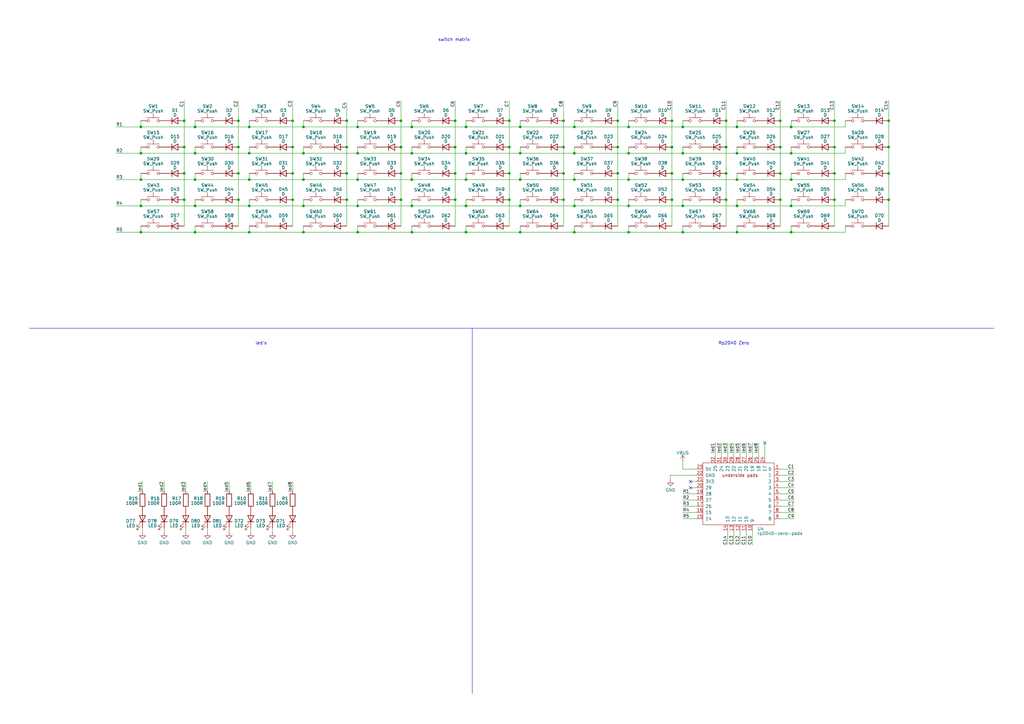
<source format=kicad_sch>
(kicad_sch (version 20230121) (generator eeschema)
  (paper "A3")
  (title_block (title "Keyboard"))
  (lib_symbols
    (symbol "Device:D" (pin_numbers hide) (pin_names (offset 1.016) hide)
      (property "Reference" "D" (at 0 2.54 0))
      (property "Value" "D" (at 0 -2.54 0))
      (symbol "D_1_1"
        (pin passive line (at -3.81 0 0) (length 2.54) (name "K") (number "1"))
        (pin passive line (at 3.81 0 180) (length 2.54) (name "A") (number "2"))
      )
    )
    (symbol "Device:LED" (pin_numbers hide) (pin_names (offset 1.016) hide)
      (property "Reference" "D" (at 0 2.54 0))
      (property "Value" "LED" (at 0 -2.54 0))
      (symbol "LED_1_1"
        (pin passive line (at -3.81 0 0) (length 2.54) (name "K") (number "1"))
        (pin passive line (at 3.81 0 180) (length 2.54) (name "A") (number "2"))
      )
    )
    (symbol "Device:R" (pin_numbers hide) (pin_names (offset 0))
      (property "Reference" "R" (at 2.032 0 90))
      (property "Value" "R" (at 0 0 90))
      (symbol "R_1_1"
        (pin passive line (at 0 3.81 270) (length 1.27) (name "~") (number "1"))
        (pin passive line (at 0 -3.81 90) (length 1.27) (name "~") (number "2"))
      )
    )
    (symbol "Switch:SW_Push" (pin_numbers hide) (pin_names (offset 1.016) hide)
      (property "Reference" "SW" (at 1.27 2.54 0))
      (property "Value" "SW_Push" (at 0 -1.524 0))
      (symbol "SW_Push_0_1"
        (pin passive line (at -5.08 0 0) (length 2.54) (name "1") (number "1"))
        (pin passive line (at 5.08 0 180) (length 2.54) (name "2") (number "2"))
      )
    )
    (symbol "mcu:rp2040-zero-pads" (pin_names (offset 1.016))
      (property "Reference" "U" (at 0 1.27 0))
      (property "Value" "rp2040-zero-pads" (at 0 -1.27 0))
      (symbol "rp2040-zero-pads_0_0"
        (text "underside pads" (at 0 6.35 0) (effects (font (size 1.27 1.27))))
      )
      (symbol "rp2040-zero-pads_1_1"
        (pin bidirectional line (at 16.51 8.89 180) (length 2.54) (name "0") (number "1"))
        (pin bidirectional line (at 5.08 -16.51 90) (length 2.54) (name "9") (number "10"))
        (pin bidirectional line (at 2.54 -16.51 90) (length 2.54) (name "10") (number "11"))
        (pin bidirectional line (at 0 -16.51 90) (length 2.54) (name "11") (number "12"))
        (pin bidirectional line (at -2.54 -16.51 90) (length 2.54) (name "12") (number "13"))
        (pin bidirectional line (at -5.08 -16.51 90) (length 2.54) (name "13") (number "14"))
        (pin bidirectional line (at -17.78 -11.43 0) (length 2.54) (name "14") (number "15"))
        (pin bidirectional line (at -17.78 -8.89 0) (length 2.54) (name "15") (number "16"))
        (pin bidirectional line (at -17.78 -6.35 0) (length 2.54) (name "26") (number "17"))
        (pin bidirectional line (at -17.78 -3.81 0) (length 2.54) (name "27") (number "18"))
        (pin bidirectional line (at -17.78 -1.27 0) (length 2.54) (name "28") (number "19"))
        (pin bidirectional line (at 16.51 6.35 180) (length 2.54) (name "1") (number "2"))
        (pin bidirectional line (at -17.78 1.27 0) (length 2.54) (name "29") (number "20"))
        (pin power_out line (at -17.78 3.81 0) (length 2.54) (name "3V3") (number "21"))
        (pin power_out line (at -17.78 6.35 0) (length 2.54) (name "GND") (number "22"))
        (pin power_out line (at -17.78 8.89 0) (length 2.54) (name "5V") (number "23"))
        (pin bidirectional line (at 10.16 13.97 270) (length 2.54) (name "17") (number "24"))
        (pin bidirectional line (at 7.62 13.97 270) (length 2.54) (name "18") (number "25"))
        (pin bidirectional line (at 5.08 13.97 270) (length 2.54) (name "19") (number "26"))
        (pin bidirectional line (at 2.54 13.97 270) (length 2.54) (name "20") (number "27"))
        (pin bidirectional line (at 0 13.97 270) (length 2.54) (name "21") (number "28"))
        (pin bidirectional line (at -2.54 13.97 270) (length 2.54) (name "22") (number "29"))
        (pin bidirectional line (at 16.51 3.81 180) (length 2.54) (name "2") (number "3"))
        (pin bidirectional line (at -5.08 13.97 270) (length 2.54) (name "23") (number "30"))
        (pin bidirectional line (at -7.62 13.97 270) (length 2.54) (name "24") (number "31"))
        (pin bidirectional line (at -10.16 13.97 270) (length 2.54) (name "25") (number "32"))
        (pin power_out line (at -17.78 6.35 0) (length 2.54) hide (name "GND") (number "33"))
        (pin bidirectional line (at 16.51 1.27 180) (length 2.54) (name "3") (number "4"))
        (pin bidirectional line (at 16.51 -1.27 180) (length 2.54) (name "4") (number "5"))
        (pin bidirectional line (at 16.51 -3.81 180) (length 2.54) (name "5") (number "6"))
        (pin bidirectional line (at 16.51 -6.35 180) (length 2.54) (name "6") (number "7"))
        (pin bidirectional line (at 16.51 -8.89 180) (length 2.54) (name "7") (number "8"))
        (pin bidirectional line (at 16.51 -11.43 180) (length 2.54) (name "8") (number "9"))
      )
    )
    (symbol "power:GND" (power) (pin_names (offset 0))
      (property "Value" "GND" (at 0 -3.81 0))
      (symbol "GND_1_1"
        (pin power_in line (at 0 0 270) (length 0) hide (name "GND") (number "1"))
      )
    )
    (symbol "power:VBUS" (power) (pin_names (offset 0))
      (property "Value" "VBUS" (at 0 3.81 0))
      (symbol "VBUS_1_1"
        (pin power_in line (at 0 0 90) (length 0) hide (name "VBUS") (number "1"))
      )
    )
  )
  (junction (at 80.01 84.455))
  (junction (at 364.49 49.53))
  (junction (at 164.465 60.325))
  (junction (at 168.91 95.25))
  (junction (at 297.815 49.53))
  (junction (at 257.81 52.07))
  (junction (at 191.135 73.66))
  (junction (at 342.265 71.12))
  (junction (at 164.465 71.12))
  (junction (at 324.485 95.25))
  (junction (at 208.915 49.53))
  (junction (at 213.36 52.07))
  (junction (at 320.04 49.53))
  (junction (at 75.565 60.325))
  (junction (at 57.785 52.07))
  (junction (at 120.015 60.325))
  (junction (at 364.49 81.915))
  (junction (at 124.46 84.455))
  (junction (at 120.015 49.53))
  (junction (at 257.81 73.66))
  (junction (at 57.785 62.865))
  (junction (at 57.785 73.66))
  (junction (at 275.59 60.325))
  (junction (at 186.69 60.325))
  (junction (at 168.91 73.66))
  (junction (at 297.815 71.12))
  (junction (at 280.035 84.455))
  (junction (at 75.565 71.12))
  (junction (at 253.365 49.53))
  (junction (at 253.365 81.915))
  (junction (at 213.36 95.25))
  (junction (at 213.36 73.66))
  (junction (at 142.24 60.325))
  (junction (at 324.485 52.07))
  (junction (at 342.265 49.53))
  (junction (at 280.035 73.66))
  (junction (at 191.135 52.07))
  (junction (at 208.915 81.915))
  (junction (at 164.465 49.53))
  (junction (at 168.91 52.07))
  (junction (at 213.36 62.865))
  (junction (at 57.785 95.25))
  (junction (at 324.485 62.865))
  (junction (at 97.79 49.53))
  (junction (at 80.01 52.07))
  (junction (at 231.14 71.12))
  (junction (at 342.265 60.325))
  (junction (at 253.365 60.325))
  (junction (at 324.485 73.66))
  (junction (at 168.91 62.865))
  (junction (at 275.59 49.53))
  (junction (at 102.235 62.865))
  (junction (at 191.135 62.865))
  (junction (at 320.04 81.915))
  (junction (at 364.49 60.325))
  (junction (at 75.565 49.53))
  (junction (at 124.46 62.865))
  (junction (at 257.81 62.865))
  (junction (at 235.585 95.25))
  (junction (at 280.035 62.865))
  (junction (at 235.585 62.865))
  (junction (at 186.69 49.53))
  (junction (at 235.585 84.455))
  (junction (at 257.81 95.25))
  (junction (at 231.14 81.915))
  (junction (at 297.815 81.915))
  (junction (at 142.24 49.53))
  (junction (at 231.14 60.325))
  (junction (at 102.235 73.66))
  (junction (at 186.69 81.915))
  (junction (at 146.685 95.25))
  (junction (at 120.015 81.915))
  (junction (at 280.035 52.07))
  (junction (at 124.46 95.25))
  (junction (at 146.685 84.455))
  (junction (at 231.14 49.53))
  (junction (at 186.69 71.12))
  (junction (at 142.24 71.12))
  (junction (at 146.685 62.865))
  (junction (at 320.04 71.12))
  (junction (at 168.91 84.455))
  (junction (at 364.49 71.12))
  (junction (at 275.59 81.915))
  (junction (at 164.465 81.915))
  (junction (at 275.59 71.12))
  (junction (at 80.01 95.25))
  (junction (at 302.26 62.865))
  (junction (at 124.46 73.66))
  (junction (at 280.035 95.25))
  (junction (at 208.915 60.325))
  (junction (at 142.24 81.915))
  (junction (at 102.235 95.25))
  (junction (at 146.685 52.07))
  (junction (at 302.26 95.25))
  (junction (at 97.79 71.12))
  (junction (at 97.79 60.325))
  (junction (at 208.915 71.12))
  (junction (at 324.485 84.455))
  (junction (at 213.36 84.455))
  (junction (at 102.235 52.07))
  (junction (at 235.585 52.07))
  (junction (at 120.015 71.12))
  (junction (at 57.785 84.455))
  (junction (at 191.135 84.455))
  (junction (at 75.565 81.915))
  (junction (at 235.585 73.66))
  (junction (at 253.365 71.12))
  (junction (at 102.235 84.455))
  (junction (at 257.81 84.455))
  (junction (at 146.685 73.66))
  (junction (at 80.01 73.66))
  (junction (at 97.79 81.915))
  (junction (at 302.26 73.66))
  (junction (at 342.265 81.915))
  (junction (at 320.04 60.325))
  (junction (at 297.815 60.325))
  (junction (at 191.135 95.25))
  (junction (at 302.26 52.07))
  (junction (at 302.26 84.455))
  (junction (at 80.01 62.865))
  (junction (at 124.46 52.07))
  (no_connect (at 283.21 197.485))
  (no_connect (at 313.69 181.61))
  (no_connect (at 283.21 200.025))
  (wire (pts (xy 257.81 92.71) (xy 257.81 95.25)))
  (wire (pts (xy 324.485 52.07) (xy 346.71 52.07)))
  (wire (pts (xy 97.79 60.325) (xy 97.79 71.12)))
  (wire (pts (xy 257.81 52.07) (xy 280.035 52.07)))
  (wire (pts (xy 253.365 49.53) (xy 253.365 60.325)))
  (wire (pts (xy 342.265 60.325) (xy 342.265 71.12)))
  (wire (pts (xy 280.035 210.185) (xy 285.75 210.185)))
  (wire (pts (xy 280.035 49.53) (xy 280.035 52.07)))
  (wire (pts (xy 298.45 181.61) (xy 298.45 187.325)))
  (wire (pts (xy 235.585 71.12) (xy 235.585 73.66)))
  (wire (pts (xy 308.61 181.61) (xy 308.61 187.325)))
  (wire (pts (xy 93.98 218.44) (xy 93.98 216.535)))
  (wire (pts (xy 120.015 81.915) (xy 120.015 92.71)))
  (wire (pts (xy 313.69 181.61) (xy 313.69 187.325)))
  (wire (pts (xy 191.135 52.07) (xy 213.36 52.07)))
  (wire (pts (xy 213.36 49.53) (xy 213.36 52.07)))
  (wire (pts (xy 257.81 49.53) (xy 257.81 52.07)))
  (wire (pts (xy 57.785 73.66) (xy 80.01 73.66)))
  (wire (pts (xy 164.465 81.915) (xy 164.465 92.71)))
  (wire (pts (xy 297.815 71.12) (xy 297.815 81.915)))
  (wire (pts (xy 142.24 71.12) (xy 142.24 81.915)))
  (wire (pts (xy 324.485 92.71) (xy 324.485 95.25)))
  (wire (pts (xy 57.785 81.915) (xy 57.785 84.455)))
  (wire (pts (xy 231.14 60.325) (xy 231.14 71.12)))
  (wire (pts (xy 102.235 49.53) (xy 102.235 52.07)))
  (wire (pts (xy 253.365 41.275) (xy 253.365 49.53)))
  (wire (pts (xy 80.01 73.66) (xy 102.235 73.66)))
  (wire (pts (xy 102.235 52.07) (xy 124.46 52.07)))
  (wire (pts (xy 67.31 218.44) (xy 67.31 216.535)))
  (wire (pts (xy 285.75 194.945) (xy 274.955 194.945)))
  (wire (pts (xy 320.04 200.025) (xy 325.755 200.025)))
  (wire (pts (xy 213.36 62.865) (xy 235.585 62.865)))
  (wire (pts (xy 231.14 49.53) (xy 231.14 60.325)))
  (wire (pts (xy 168.91 60.325) (xy 168.91 62.865)))
  (wire (pts (xy 93.98 197.485) (xy 93.98 201.295)))
  (wire (pts (xy 80.01 92.71) (xy 80.01 95.25)))
  (wire (pts (xy 324.485 71.12) (xy 324.485 73.66)))
  (wire (pts (xy 320.04 49.53) (xy 320.04 60.325)))
  (wire (pts (xy 300.99 181.61) (xy 300.99 187.325)))
  (wire (pts (xy 168.91 92.71) (xy 168.91 95.25)))
  (wire (pts (xy 274.955 194.945) (xy 274.955 196.85)))
  (wire (pts (xy 324.485 60.325) (xy 324.485 62.865)))
  (wire (pts (xy 280.035 84.455) (xy 302.26 84.455)))
  (wire (pts (xy 80.01 81.915) (xy 80.01 84.455)))
  (wire (pts (xy 97.79 41.275) (xy 97.79 49.53)))
  (wire (pts (xy 280.035 92.71) (xy 280.035 95.25)))
  (wire (pts (xy 124.46 73.66) (xy 146.685 73.66)))
  (wire (pts (xy 208.915 60.325) (xy 208.915 71.12)))
  (wire (pts (xy 285.75 192.405) (xy 280.035 192.405)))
  (wire (pts (xy 164.465 41.275) (xy 164.465 49.53)))
  (wire (pts (xy 280.035 202.565) (xy 285.75 202.565)))
  (wire (pts (xy 47.625 84.455) (xy 57.785 84.455)))
  (wire (pts (xy 186.69 49.53) (xy 186.69 60.325)))
  (wire (pts (xy 208.915 81.915) (xy 208.915 92.71)))
  (wire (pts (xy 303.53 223.52) (xy 303.53 217.805)))
  (wire (pts (xy 120.015 41.275) (xy 120.015 49.53)))
  (wire (pts (xy 342.265 41.275) (xy 342.265 49.53)))
  (wire (pts (xy 97.79 81.915) (xy 97.79 92.71)))
  (wire (pts (xy 275.59 41.275) (xy 275.59 49.53)))
  (wire (pts (xy 146.685 92.71) (xy 146.685 95.25)))
  (wire (pts (xy 168.91 62.865) (xy 191.135 62.865)))
  (wire (pts (xy 67.31 197.485) (xy 67.31 201.295)))
  (wire (pts (xy 75.565 81.915) (xy 75.565 92.71)))
  (wire (pts (xy 324.485 62.865) (xy 346.71 62.865)))
  (wire (pts (xy 168.91 71.12) (xy 168.91 73.66)))
  (wire (pts (xy 280.035 52.07) (xy 302.26 52.07)))
  (wire (pts (xy 300.99 223.52) (xy 300.99 217.805)))
  (wire (pts (xy 191.135 81.915) (xy 191.135 84.455)))
  (wire (pts (xy 302.26 92.71) (xy 302.26 95.25)))
  (wire (pts (xy 47.625 62.865) (xy 57.785 62.865)))
  (wire (pts (xy 302.26 49.53) (xy 302.26 52.07)))
  (wire (pts (xy 303.53 181.61) (xy 303.53 187.325)))
  (wire (pts (xy 146.685 73.66) (xy 168.91 73.66)))
  (wire (pts (xy 85.09 218.44) (xy 85.09 216.535)))
  (wire (pts (xy 191.135 62.865) (xy 213.36 62.865)))
  (wire (pts (xy 47.625 95.25) (xy 57.785 95.25)))
  (wire (pts (xy 102.235 62.865) (xy 124.46 62.865)))
  (wire (pts (xy 191.135 84.455) (xy 213.36 84.455)))
  (wire (pts (xy 186.69 41.275) (xy 186.69 49.53)))
  (wire (pts (xy 124.46 81.915) (xy 124.46 84.455)))
  (wire (pts (xy 302.26 62.865) (xy 324.485 62.865)))
  (wire (pts (xy 146.685 52.07) (xy 168.91 52.07)))
  (wire (pts (xy 57.785 49.53) (xy 57.785 52.07)))
  (wire (pts (xy 324.485 73.66) (xy 346.71 73.66)))
  (wire (pts (xy 346.71 92.71) (xy 346.71 95.25)))
  (wire (pts (xy 346.71 49.53) (xy 346.71 52.07)))
  (wire (pts (xy 302.26 73.66) (xy 324.485 73.66)))
  (wire (pts (xy 306.07 181.61) (xy 306.07 187.325)))
  (wire (pts (xy 111.76 218.44) (xy 111.76 216.535)))
  (wire (pts (xy 124.46 71.12) (xy 124.46 73.66)))
  (wire (pts (xy 235.585 95.25) (xy 257.81 95.25)))
  (wire (pts (xy 191.135 92.71) (xy 191.135 95.25)))
  (wire (pts (xy 364.49 60.325) (xy 364.49 71.12)))
  (wire (pts (xy 213.36 84.455) (xy 235.585 84.455)))
  (wire (pts (xy 280.035 71.12) (xy 280.035 73.66)))
  (wire (pts (xy 342.265 71.12) (xy 342.265 81.915)))
  (wire (pts (xy 208.915 41.275) (xy 208.915 49.53)))
  (wire (pts (xy 146.685 84.455) (xy 168.91 84.455)))
  (wire (pts (xy 102.235 73.66) (xy 124.46 73.66)))
  (wire (pts (xy 124.46 95.25) (xy 146.685 95.25)))
  (wire (pts (xy 320.04 194.945) (xy 325.755 194.945)))
  (wire (pts (xy 191.135 49.53) (xy 191.135 52.07)))
  (wire (pts (xy 346.71 81.915) (xy 346.71 84.455)))
  (wire (pts (xy 235.585 60.325) (xy 235.585 62.865)))
  (wire (pts (xy 213.36 95.25) (xy 235.585 95.25)))
  (wire (pts (xy 320.04 205.105) (xy 325.755 205.105)))
  (wire (pts (xy 324.485 81.915) (xy 324.485 84.455)))
  (wire (pts (xy 186.69 60.325) (xy 186.69 71.12)))
  (wire (pts (xy 320.04 41.275) (xy 320.04 49.53)))
  (wire (pts (xy 275.59 60.325) (xy 275.59 71.12)))
  (wire (pts (xy 191.135 73.66) (xy 213.36 73.66)))
  (wire (pts (xy 146.685 81.915) (xy 146.685 84.455)))
  (wire (pts (xy 142.24 81.915) (xy 142.24 92.71)))
  (wire (pts (xy 75.565 49.53) (xy 75.565 60.325)))
  (wire (pts (xy 102.235 95.25) (xy 124.46 95.25)))
  (wire (pts (xy 364.49 49.53) (xy 364.49 60.325)))
  (wire (pts (xy 280.035 60.325) (xy 280.035 62.865)))
  (wire (pts (xy 298.45 223.52) (xy 298.45 217.805)))
  (wire (pts (xy 235.585 84.455) (xy 257.81 84.455)))
  (wire (pts (xy 58.42 197.485) (xy 58.42 201.295)))
  (wire (pts (xy 306.07 223.52) (xy 306.07 217.805)))
  (wire (pts (xy 308.61 223.52) (xy 308.61 217.805)))
  (wire (pts (xy 346.71 60.325) (xy 346.71 62.865)))
  (wire (pts (xy 275.59 49.53) (xy 275.59 60.325)))
  (wire (pts (xy 47.625 73.66) (xy 57.785 73.66)))
  (wire (pts (xy 124.46 92.71) (xy 124.46 95.25)))
  (wire (pts (xy 164.465 49.53) (xy 164.465 60.325)))
  (wire (pts (xy 168.91 81.915) (xy 168.91 84.455)))
  (wire (pts (xy 231.14 41.275) (xy 231.14 49.53)))
  (wire (pts (xy 76.2 218.44) (xy 76.2 216.535)))
  (wire (pts (xy 75.565 60.325) (xy 75.565 71.12)))
  (wire (pts (xy 57.785 62.865) (xy 80.01 62.865)))
  (wire (pts (xy 146.685 60.325) (xy 146.685 62.865)))
  (wire (pts (xy 311.15 181.61) (xy 311.15 187.325)))
  (wire (pts (xy 75.565 41.275) (xy 75.565 49.53)))
  (wire (pts (xy 324.485 49.53) (xy 324.485 52.07)))
  (wire (pts (xy 102.87 197.485) (xy 102.87 201.295)))
  (wire (pts (xy 57.785 95.25) (xy 80.01 95.25)))
  (wire (pts (xy 213.36 73.66) (xy 235.585 73.66)))
  (wire (pts (xy 102.235 92.71) (xy 102.235 95.25)))
  (wire (pts (xy 253.365 71.12) (xy 253.365 81.915)))
  (wire (pts (xy 102.235 81.915) (xy 102.235 84.455)))
  (wire (pts (xy 97.79 49.53) (xy 97.79 60.325)))
  (wire (pts (xy 75.565 71.12) (xy 75.565 81.915)))
  (wire (pts (xy 80.01 95.25) (xy 102.235 95.25)))
  (wire (pts (xy 80.01 49.53) (xy 80.01 52.07)))
  (wire (pts (xy 142.24 60.325) (xy 142.24 71.12)))
  (wire (pts (xy 320.04 71.12) (xy 320.04 81.915)))
  (wire (pts (xy 235.585 73.66) (xy 257.81 73.66)))
  (wire (pts (xy 302.26 52.07) (xy 324.485 52.07)))
  (wire (pts (xy 168.91 95.25) (xy 191.135 95.25)))
  (wire (pts (xy 320.04 212.725) (xy 325.755 212.725)))
  (wire (pts (xy 235.585 52.07) (xy 257.81 52.07)))
  (wire (pts (xy 120.015 71.12) (xy 120.015 81.915)))
  (wire (pts (xy 342.265 49.53) (xy 342.265 60.325)))
  (wire (pts (xy 324.485 84.455) (xy 346.71 84.455)))
  (wire (pts (xy 257.81 60.325) (xy 257.81 62.865)))
  (wire (pts (xy 257.81 95.25) (xy 280.035 95.25)))
  (wire (pts (xy 231.14 71.12) (xy 231.14 81.915)))
  (wire (pts (xy 57.785 71.12) (xy 57.785 73.66)))
  (wire (pts (xy 257.81 62.865) (xy 280.035 62.865)))
  (wire (pts (xy 320.04 207.645) (xy 325.755 207.645)))
  (wire (pts (xy 324.485 95.25) (xy 346.71 95.25)))
  (wire (pts (xy 302.26 95.25) (xy 324.485 95.25)))
  (wire (pts (xy 283.21 200.025) (xy 285.75 200.025)))
  (wire (pts (xy 320.04 60.325) (xy 320.04 71.12)))
  (wire (pts (xy 47.625 52.07) (xy 57.785 52.07)))
  (wire (pts (xy 120.015 218.44) (xy 120.015 216.535)))
  (wire (pts (xy 111.76 197.485) (xy 111.76 201.295)))
  (polyline (pts (xy 193.675 134.62) (xy 193.675 284.48)))
  (wire (pts (xy 213.36 71.12) (xy 213.36 73.66)))
  (wire (pts (xy 124.46 62.865) (xy 146.685 62.865)))
  (wire (pts (xy 57.785 60.325) (xy 57.785 62.865)))
  (wire (pts (xy 57.785 52.07) (xy 80.01 52.07)))
  (wire (pts (xy 124.46 52.07) (xy 146.685 52.07)))
  (wire (pts (xy 297.815 49.53) (xy 297.815 60.325)))
  (wire (pts (xy 297.815 60.325) (xy 297.815 71.12)))
  (wire (pts (xy 76.2 197.485) (xy 76.2 201.295)))
  (wire (pts (xy 168.91 49.53) (xy 168.91 52.07)))
  (wire (pts (xy 191.135 60.325) (xy 191.135 62.865)))
  (wire (pts (xy 280.035 189.23) (xy 280.035 192.405)))
  (wire (pts (xy 235.585 62.865) (xy 257.81 62.865)))
  (wire (pts (xy 364.49 81.915) (xy 364.49 92.71)))
  (wire (pts (xy 142.24 41.91) (xy 142.24 49.53)))
  (wire (pts (xy 280.035 81.915) (xy 280.035 84.455)))
  (wire (pts (xy 80.01 62.865) (xy 102.235 62.865)))
  (wire (pts (xy 302.26 60.325) (xy 302.26 62.865)))
  (wire (pts (xy 191.135 71.12) (xy 191.135 73.66)))
  (wire (pts (xy 168.91 52.07) (xy 191.135 52.07)))
  (wire (pts (xy 320.04 81.915) (xy 320.04 92.71)))
  (wire (pts (xy 320.04 197.485) (xy 325.755 197.485)))
  (wire (pts (xy 102.87 218.44) (xy 102.87 216.535)))
  (wire (pts (xy 283.21 197.485) (xy 285.75 197.485)))
  (wire (pts (xy 235.585 49.53) (xy 235.585 52.07)))
  (wire (pts (xy 124.46 60.325) (xy 124.46 62.865)))
  (wire (pts (xy 120.015 49.53) (xy 120.015 60.325)))
  (wire (pts (xy 320.04 202.565) (xy 325.755 202.565)))
  (wire (pts (xy 257.81 71.12) (xy 257.81 73.66)))
  (wire (pts (xy 280.035 73.66) (xy 302.26 73.66)))
  (wire (pts (xy 280.035 95.25) (xy 302.26 95.25)))
  (wire (pts (xy 120.015 197.485) (xy 120.015 201.295)))
  (wire (pts (xy 275.59 81.915) (xy 275.59 92.71)))
  (wire (pts (xy 186.69 81.915) (xy 186.69 92.71)))
  (wire (pts (xy 146.685 49.53) (xy 146.685 52.07)))
  (wire (pts (xy 191.135 95.25) (xy 213.36 95.25)))
  (wire (pts (xy 208.915 71.12) (xy 208.915 81.915)))
  (wire (pts (xy 295.91 181.61) (xy 295.91 187.325)))
  (wire (pts (xy 346.71 71.12) (xy 346.71 73.66)))
  (wire (pts (xy 280.035 62.865) (xy 302.26 62.865)))
  (wire (pts (xy 208.915 49.53) (xy 208.915 60.325)))
  (wire (pts (xy 164.465 60.325) (xy 164.465 71.12)))
  (wire (pts (xy 168.91 73.66) (xy 191.135 73.66)))
  (wire (pts (xy 120.015 60.325) (xy 120.015 71.12)))
  (wire (pts (xy 253.365 60.325) (xy 253.365 71.12)))
  (wire (pts (xy 364.49 71.12) (xy 364.49 81.915)))
  (wire (pts (xy 257.81 81.915) (xy 257.81 84.455)))
  (wire (pts (xy 257.81 73.66) (xy 280.035 73.66)))
  (wire (pts (xy 235.585 92.71) (xy 235.585 95.25)))
  (wire (pts (xy 302.26 81.915) (xy 302.26 84.455)))
  (wire (pts (xy 80.01 71.12) (xy 80.01 73.66)))
  (wire (pts (xy 146.685 95.25) (xy 168.91 95.25)))
  (wire (pts (xy 85.09 197.485) (xy 85.09 201.295)))
  (wire (pts (xy 253.365 81.915) (xy 253.365 92.71)))
  (wire (pts (xy 342.265 81.915) (xy 342.265 92.71)))
  (wire (pts (xy 257.81 84.455) (xy 280.035 84.455)))
  (wire (pts (xy 320.04 192.405) (xy 325.755 192.405)))
  (wire (pts (xy 302.26 84.455) (xy 324.485 84.455)))
  (wire (pts (xy 364.49 41.275) (xy 364.49 49.53)))
  (wire (pts (xy 57.785 92.71) (xy 57.785 95.25)))
  (wire (pts (xy 80.01 60.325) (xy 80.01 62.865)))
  (polyline (pts (xy 12.065 134.62) (xy 407.67 134.62)))
  (wire (pts (xy 146.685 71.12) (xy 146.685 73.66)))
  (wire (pts (xy 168.91 84.455) (xy 191.135 84.455)))
  (wire (pts (xy 275.59 71.12) (xy 275.59 81.915)))
  (wire (pts (xy 213.36 92.71) (xy 213.36 95.25)))
  (wire (pts (xy 231.14 81.915) (xy 231.14 92.71)))
  (wire (pts (xy 124.46 84.455) (xy 146.685 84.455)))
  (wire (pts (xy 142.24 49.53) (xy 142.24 60.325)))
  (wire (pts (xy 302.26 71.12) (xy 302.26 73.66)))
  (wire (pts (xy 213.36 60.325) (xy 213.36 62.865)))
  (wire (pts (xy 58.42 218.44) (xy 58.42 216.535)))
  (wire (pts (xy 320.04 210.185) (xy 325.755 210.185)))
  (wire (pts (xy 213.36 81.915) (xy 213.36 84.455)))
  (wire (pts (xy 280.035 212.725) (xy 285.75 212.725)))
  (wire (pts (xy 186.69 71.12) (xy 186.69 81.915)))
  (wire (pts (xy 102.235 60.325) (xy 102.235 62.865)))
  (wire (pts (xy 102.235 84.455) (xy 124.46 84.455)))
  (wire (pts (xy 280.035 207.645) (xy 285.75 207.645)))
  (wire (pts (xy 164.465 71.12) (xy 164.465 81.915)))
  (wire (pts (xy 297.815 41.275) (xy 297.815 49.53)))
  (wire (pts (xy 293.37 181.61) (xy 293.37 187.325)))
  (wire (pts (xy 297.815 81.915) (xy 297.815 92.71)))
  (wire (pts (xy 97.79 71.12) (xy 97.79 81.915)))
  (wire (pts (xy 102.235 71.12) (xy 102.235 73.66)))
  (wire (pts (xy 57.785 84.455) (xy 80.01 84.455)))
  (wire (pts (xy 124.46 49.53) (xy 124.46 52.07)))
  (wire (pts (xy 213.36 52.07) (xy 235.585 52.07)))
  (wire (pts (xy 80.01 84.455) (xy 102.235 84.455)))
  (wire (pts (xy 280.035 205.105) (xy 285.75 205.105)))
  (wire (pts (xy 146.685 62.865) (xy 168.91 62.865)))
  (wire (pts (xy 80.01 52.07) (xy 102.235 52.07)))
  (wire (pts (xy 235.585 81.915) (xy 235.585 84.455)))
  (text "led's\n" (at 104.775 141.605 0) (effects (font (size 1.27 1.27)) (justify left bottom)))
  (text "switch matrix\n" (at 179.705 17.145 0) (effects (font (size 1.27 1.27)) (justify left bottom)))
  (text "Rp2040 Zero\n" (at 294.64 141.605 0) (effects (font (size 1.27 1.27)) (justify left bottom)))
  (label "C1" (at 325.755 192.405 180))
  (label "led2" (at 67.31 197.485 270))
  (label "led4" (at 300.99 181.61 270))
  (label "C5" (at 164.465 41.275 270))
  (label "C2" (at 97.79 41.275 270))
  (label "led8" (at 120.015 197.485 270))
  (label "R5" (at 47.625 95.25 0))
  (label "C7" (at 325.755 207.645 180))
  (label "led7" (at 111.76 197.485 270))
  (label "C13" (at 300.99 223.52 90))
  (label "C9" (at 325.755 212.725 180))
  (label "C14" (at 298.45 223.52 90))
  (label "led6" (at 102.87 197.485 270))
  (label "R4" (at 47.625 84.455 0))
  (label "led1" (at 293.37 181.61 270))
  (label "R1" (at 280.035 202.565 0))
  (label "C10" (at 275.59 41.275 270))
  (label "led1" (at 58.42 197.485 270))
  (label "C8" (at 231.14 41.275 270))
  (label "led3" (at 76.2 197.485 270))
  (label "C14" (at 364.49 41.275 270))
  (label "led6" (at 306.07 181.61 270))
  (label "C8" (at 325.755 210.185 180))
  (label "C3" (at 325.755 197.485 180))
  (label "R2" (at 47.625 62.865 0))
  (label "R1" (at 47.625 52.07 0))
  (label "C11" (at 306.07 223.52 90))
  (label "R4" (at 280.035 210.185 0))
  (label "C13" (at 342.265 41.275 270))
  (label "R5" (at 280.035 212.725 0))
  (label "C6" (at 325.755 205.105 180))
  (label "C7" (at 208.915 41.275 270))
  (label "led5" (at 303.53 181.61 270))
  (label "C11" (at 297.815 41.275 270))
  (label "C5" (at 325.755 202.565 180))
  (label "C12" (at 320.04 41.275 270))
  (label "C6" (at 186.69 41.275 270))
  (label "led3" (at 298.45 181.61 270))
  (label "led7" (at 308.61 181.61 270))
  (label "C1" (at 75.565 41.275 270))
  (label "led2" (at 295.91 181.61 270))
  (label "C4" (at 142.24 41.91 270))
  (label "R2" (at 280.035 205.105 0))
  (label "C4" (at 325.755 200.025 180))
  (label "C10" (at 308.61 223.52 90))
  (label "C12" (at 303.53 223.52 90))
  (label "C3" (at 120.015 41.275 270))
  (label "C9" (at 253.365 41.275 270))
  (label "R3" (at 47.625 73.66 0))
  (label "led8" (at 311.15 181.61 270))
  (label "led4" (at 85.09 197.485 270))
  (label "led5" (at 93.98 197.485 270))
  (label "C2" (at 325.755 194.945 180))
  (label "R3" (at 280.035 207.645 0))
  (symbol (lib_id "Device:D") (at 71.755 81.915 0) (unit 1)
    (property "Reference" "D43" (at 71.755 77.6351 0))
    (property "Value" "D" (at 71.755 79.5561 0))
    (property "Footprint" "Diode_SMD_editable:D_SOD-323" (effects hide))
    (property "Sim.Device" "D" (effects hide))
    (property "Sim.Pins" "1=K 2=A" (effects hide))
  )
  (symbol (lib_id "Switch:SW_Push") (at 129.54 71.12 0) (unit 1)
    (property "Reference" "SW32" (at 129.54 65.1891 0))
    (property "Value" "SW_Push" (at 129.54 67.1101 0))
    (property "Footprint" "keyswitches_editable:SW_PG1350" (effects hide))
  )
  (symbol (lib_id "Device:D") (at 160.655 60.325 0) (unit 1)
    (property "Reference" "D19" (at 160.655 56.0451 0))
    (property "Value" "D" (at 160.655 57.9661 0))
    (property "Footprint" "Diode_SMD_editable:D_SOD-323" (effects hide))
    (property "Sim.Device" "D" (effects hide))
    (property "Sim.Pins" "1=K 2=A" (effects hide))
  )
  (symbol (lib_id "Switch:SW_Push") (at 218.44 49.53 0) (unit 1)
    (property "Reference" "SW8" (at 218.44 43.5991 0))
    (property "Value" "SW_Push" (at 218.44 45.5201 0))
    (property "Footprint" "keyswitches_editable:SW_PG1350" (effects hide))
  )
  (symbol (lib_id "Switch:SW_Push") (at 351.79 49.53 0) (unit 1)
    (property "Reference" "SW14" (at 351.79 43.5991 0))
    (property "Value" "SW_Push" (at 351.79 45.5201 0))
    (property "Footprint" "keyswitches_editable:SW_PG1350" (effects hide))
  )
  (symbol (lib_id "Device:D") (at 227.33 49.53 0) (unit 1)
    (property "Reference" "D8" (at 227.33 45.2501 0))
    (property "Value" "D" (at 227.33 47.1711 0))
    (property "Footprint" "Diode_SMD_editable:D_SOD-323" (effects hide))
    (property "Sim.Device" "D" (effects hide))
    (property "Sim.Pins" "1=K 2=A" (effects hide))
  )
  (symbol (lib_id "Switch:SW_Push") (at 307.34 71.12 0) (unit 1)
    (property "Reference" "SW40" (at 307.34 65.1891 0))
    (property "Value" "SW_Push" (at 307.34 67.1101 0))
    (property "Footprint" "keyswitches_editable:SW_PG1350" (effects hide))
  )
  (symbol (lib_id "Device:D") (at 160.655 92.71 0) (unit 1)
    (property "Reference" "D61" (at 160.655 88.4301 0))
    (property "Value" "D" (at 160.655 90.3511 0))
    (property "Footprint" "Diode_SMD_editable:D_SOD-323" (effects hide))
    (property "Sim.Device" "D" (effects hide))
    (property "Sim.Pins" "1=K 2=A" (effects hide))
  )
  (symbol (lib_id "Device:D") (at 160.655 81.915 0) (unit 1)
    (property "Reference" "D47" (at 160.655 77.6351 0))
    (property "Value" "D" (at 160.655 79.5561 0))
    (property "Footprint" "Diode_SMD_editable:D_SOD-323" (effects hide))
    (property "Sim.Device" "D" (effects hide))
    (property "Sim.Pins" "1=K 2=A" (effects hide))
  )
  (symbol (lib_id "Switch:SW_Push") (at 329.565 71.12 0) (unit 1)
    (property "Reference" "SW41" (at 329.565 65.1891 0))
    (property "Value" "SW_Push" (at 329.565 67.1101 0))
    (property "Footprint" "keyswitches_editable:SW_PG1350" (effects hide))
  )
  (symbol (lib_id "Device:D") (at 205.105 92.71 0) (unit 1)
    (property "Reference" "D63" (at 205.105 88.4301 0))
    (property "Value" "D" (at 205.105 90.3511 0))
    (property "Footprint" "Diode_SMD_editable:D_SOD-323" (effects hide))
    (property "Sim.Device" "D" (effects hide))
    (property "Sim.Pins" "1=K 2=A" (effects hide))
  )
  (symbol (lib_id "Switch:SW_Push") (at 240.665 71.12 0) (unit 1)
    (property "Reference" "SW37" (at 240.665 65.1891 0))
    (property "Value" "SW_Push" (at 240.665 67.1101 0))
    (property "Footprint" "keyswitches_editable:SW_PG1350" (effects hide))
  )
  (symbol (lib_id "Switch:SW_Push") (at 196.215 81.915 0) (unit 1)
    (property "Reference" "SW49" (at 196.215 75.9841 0))
    (property "Value" "SW_Push" (at 196.215 77.9051 0))
    (property "Footprint" "keyswitches_editable:SW_PG1350" (effects hide))
  )
  (symbol (lib_id "Switch:SW_Push") (at 307.34 81.915 0) (unit 1)
    (property "Reference" "SW54" (at 307.34 75.9841 0))
    (property "Value" "SW_Push" (at 307.34 77.9051 0))
    (property "Footprint" "keyswitches_editable:SW_PG1350" (effects hide))
  )
  (symbol (lib_id "Switch:SW_Push") (at 351.79 60.325 0) (unit 1)
    (property "Reference" "SW28" (at 351.79 54.3941 0))
    (property "Value" "SW_Push" (at 351.79 56.3151 0))
    (property "Footprint" "keyswitches_editable:SW_PG1350" (effects hide))
  )
  (symbol (lib_id "Switch:SW_Push") (at 307.34 92.71 0) (unit 1)
    (property "Reference" "SW68" (at 307.34 86.7791 0))
    (property "Value" "SW_Push" (at 307.34 88.7001 0))
    (property "Footprint" "keyswitches_editable:SW_PG1350" (effects hide))
  )
  (symbol (lib_id "Device:D") (at 249.555 60.325 0) (unit 1)
    (property "Reference" "D23" (at 249.555 56.0451 0))
    (property "Value" "D" (at 249.555 57.9661 0))
    (property "Footprint" "Diode_SMD_editable:D_SOD-323" (effects hide))
    (property "Sim.Device" "D" (effects hide))
    (property "Sim.Pins" "1=K 2=A" (effects hide))
  )
  (symbol (lib_id "Device:D") (at 138.43 81.915 0) (unit 1)
    (property "Reference" "D46" (at 138.43 77.6351 0))
    (property "Value" "D" (at 138.43 79.5561 0))
    (property "Footprint" "Diode_SMD_editable:D_SOD-323" (effects hide))
    (property "Sim.Device" "D" (effects hide))
    (property "Sim.Pins" "1=K 2=A" (effects hide))
  )
  (symbol (lib_id "Switch:SW_Push") (at 196.215 71.12 0) (unit 1)
    (property "Reference" "SW35" (at 196.215 65.1891 0))
    (property "Value" "SW_Push" (at 196.215 67.1101 0))
    (property "Footprint" "keyswitches_editable:SW_PG1350" (effects hide))
  )
  (symbol (lib_id "Switch:SW_Push") (at 218.44 71.12 0) (unit 1)
    (property "Reference" "SW36" (at 218.44 65.1891 0))
    (property "Value" "SW_Push" (at 218.44 67.1101 0))
    (property "Footprint" "keyswitches_editable:SW_PG1350" (effects hide))
  )
  (symbol (lib_id "Switch:SW_Push") (at 151.765 71.12 0) (unit 1)
    (property "Reference" "SW33" (at 151.765 65.1891 0))
    (property "Value" "SW_Push" (at 151.765 67.1101 0))
    (property "Footprint" "keyswitches_editable:SW_PG1350" (effects hide))
  )
  (symbol (lib_id "Device:LED") (at 85.09 212.725 270) (mirror x) (unit 1)
    (property "Reference" "D80" (at 82.169 213.6688 90) (effects (justify right)))
    (property "Value" "LED" (at 82.169 215.5898 90) (effects (justify right)))
    (property "Footprint" "LED_SMD:LED_0603_1608Metric" (effects hide))
  )
  (symbol (lib_id "Device:R") (at 67.31 205.105 0) (mirror x) (unit 1)
    (property "Reference" "R16" (at 65.5321 204.4613 0) (effects (justify right)))
    (property "Value" "100R" (at 65.5321 206.3823 0) (effects (justify right)))
    (property "Footprint" "Resistor_SMD:R_0402_1005Metric" (effects hide))
  )
  (symbol (lib_id "Switch:SW_Push") (at 307.34 49.53 0) (unit 1)
    (property "Reference" "SW12" (at 307.34 43.5991 0))
    (property "Value" "SW_Push" (at 307.34 45.5201 0))
    (property "Footprint" "keyswitches_editable:SW_PG1350" (effects hide))
  )
  (symbol (lib_id "Device:D") (at 205.105 81.915 0) (unit 1)
    (property "Reference" "D49" (at 205.105 77.6351 0))
    (property "Value" "D" (at 205.105 79.5561 0))
    (property "Footprint" "Diode_SMD_editable:D_SOD-323" (effects hide))
    (property "Sim.Device" "D" (effects hide))
    (property "Sim.Pins" "1=K 2=A" (effects hide))
  )
  (symbol (lib_id "Device:D") (at 138.43 49.53 0) (unit 1)
    (property "Reference" "D4" (at 138.43 45.2501 0))
    (property "Value" "D" (at 138.43 47.1711 0))
    (property "Footprint" "Diode_SMD_editable:D_SOD-323" (effects hide))
    (property "Sim.Device" "D" (effects hide))
    (property "Sim.Pins" "1=K 2=A" (effects hide))
  )
  (symbol (lib_id "Switch:SW_Push") (at 285.115 81.915 0) (unit 1)
    (property "Reference" "SW53" (at 285.115 75.9841 0))
    (property "Value" "SW_Push" (at 285.115 77.9051 0))
    (property "Footprint" "keyswitches_editable:SW_PG1350" (effects hide))
  )
  (symbol (lib_id "Switch:SW_Push") (at 218.44 92.71 0) (unit 1)
    (property "Reference" "SW64" (at 218.44 86.7791 0))
    (property "Value" "SW_Push" (at 218.44 88.7001 0))
    (property "Footprint" "keyswitches_editable:SW_PG1350" (effects hide))
  )
  (symbol (lib_id "Device:D") (at 205.105 49.53 0) (unit 1)
    (property "Reference" "D7" (at 205.105 45.2501 0))
    (property "Value" "D" (at 205.105 47.1711 0))
    (property "Footprint" "Diode_SMD_editable:D_SOD-323" (effects hide))
    (property "Sim.Device" "D" (effects hide))
    (property "Sim.Pins" "1=K 2=A" (effects hide))
  )
  (symbol (lib_id "Device:LED") (at 58.42 212.725 270) (mirror x) (unit 1)
    (property "Reference" "D77" (at 55.499 213.6688 90) (effects (justify right)))
    (property "Value" "LED" (at 55.499 215.5898 90) (effects (justify right)))
    (property "Footprint" "LED_SMD:LED_0603_1608Metric" (effects hide))
  )
  (symbol (lib_id "Switch:SW_Push") (at 151.765 60.325 0) (unit 1)
    (property "Reference" "SW19" (at 151.765 54.3941 0))
    (property "Value" "SW_Push" (at 151.765 56.3151 0))
    (property "Footprint" "keyswitches_editable:SW_PG1350" (effects hide))
  )
  (symbol (lib_id "Switch:SW_Push") (at 218.44 81.915 0) (unit 1)
    (property "Reference" "SW50" (at 218.44 75.9841 0))
    (property "Value" "SW_Push" (at 218.44 77.9051 0))
    (property "Footprint" "keyswitches_editable:SW_PG1350" (effects hide))
  )
  (symbol (lib_id "Switch:SW_Push") (at 107.315 81.915 0) (unit 1)
    (property "Reference" "SW45" (at 107.315 75.9841 0))
    (property "Value" "SW_Push" (at 107.315 77.9051 0))
    (property "Footprint" "keyswitches_editable:SW_PG1350" (effects hide))
  )
  (symbol (lib_id "Device:D") (at 182.88 49.53 0) (unit 1)
    (property "Reference" "D6" (at 182.88 45.2501 0))
    (property "Value" "D" (at 182.88 47.1711 0))
    (property "Footprint" "Diode_SMD_editable:D_SOD-323" (effects hide))
    (property "Sim.Device" "D" (effects hide))
    (property "Sim.Pins" "1=K 2=A" (effects hide))
  )
  (symbol (lib_id "Device:D") (at 316.23 92.71 0) (unit 1)
    (property "Reference" "D68" (at 316.23 88.4301 0))
    (property "Value" "D" (at 316.23 90.3511 0))
    (property "Footprint" "Diode_SMD_editable:D_SOD-323" (effects hide))
    (property "Sim.Device" "D" (effects hide))
    (property "Sim.Pins" "1=K 2=A" (effects hide))
  )
  (symbol (lib_id "Switch:SW_Push") (at 62.865 60.325 0) (unit 1)
    (property "Reference" "SW15" (at 62.865 54.3941 0))
    (property "Value" "SW_Push" (at 62.865 56.3151 0))
    (property "Footprint" "keyswitches_editable:SW_PG1350" (effects hide))
  )
  (symbol (lib_id "power:GND") (at 120.015 218.44 0) (mirror y) (unit 1)
    (property "Reference" "#PWR01" (effects hide))
    (property "Value" "GND" (at 120.015 222.5755 0))
  )
  (symbol (lib_id "Device:D") (at 138.43 71.12 0) (unit 1)
    (property "Reference" "D32" (at 138.43 66.8401 0))
    (property "Value" "D" (at 138.43 68.7611 0))
    (property "Footprint" "Diode_SMD_editable:D_SOD-323" (effects hide))
    (property "Sim.Device" "D" (effects hide))
    (property "Sim.Pins" "1=K 2=A" (effects hide))
  )
  (symbol (lib_id "Device:D") (at 71.755 60.325 0) (unit 1)
    (property "Reference" "D15" (at 71.755 56.0451 0))
    (property "Value" "D" (at 71.755 57.9661 0))
    (property "Footprint" "Diode_SMD_editable:D_SOD-323" (effects hide))
    (property "Sim.Device" "D" (effects hide))
    (property "Sim.Pins" "1=K 2=A" (effects hide))
  )
  (symbol (lib_id "Switch:SW_Push") (at 285.115 49.53 0) (unit 1)
    (property "Reference" "SW11" (at 285.115 43.5991 0))
    (property "Value" "SW_Push" (at 285.115 45.5201 0))
    (property "Footprint" "keyswitches_editable:SW_PG1350" (effects hide))
  )
  (symbol (lib_id "Switch:SW_Push") (at 285.115 60.325 0) (unit 1)
    (property "Reference" "SW25" (at 285.115 54.3941 0))
    (property "Value" "SW_Push" (at 285.115 56.3151 0))
    (property "Footprint" "keyswitches_editable:SW_PG1350" (effects hide))
  )
  (symbol (lib_id "Switch:SW_Push") (at 240.665 92.71 0) (unit 1)
    (property "Reference" "SW65" (at 240.665 86.7791 0))
    (property "Value" "SW_Push" (at 240.665 88.7001 0))
    (property "Footprint" "keyswitches_editable:SW_PG1350" (effects hide))
  )
  (symbol (lib_id "Switch:SW_Push") (at 85.09 49.53 0) (unit 1)
    (property "Reference" "SW2" (at 85.09 43.5991 0))
    (property "Value" "SW_Push" (at 85.09 45.5201 0))
    (property "Footprint" "keyswitches_editable:SW_PG1350" (effects hide))
  )
  (symbol (lib_id "Device:D") (at 360.68 71.12 0) (unit 1)
    (property "Reference" "D42" (at 360.68 66.8401 0))
    (property "Value" "D" (at 360.68 68.7611 0))
    (property "Footprint" "Diode_SMD_editable:D_SOD-323" (effects hide))
    (property "Sim.Device" "D" (effects hide))
    (property "Sim.Pins" "1=K 2=A" (effects hide))
  )
  (symbol (lib_id "Device:D") (at 294.005 49.53 0) (unit 1)
    (property "Reference" "D11" (at 294.005 45.2501 0))
    (property "Value" "D" (at 294.005 47.1711 0))
    (property "Footprint" "Diode_SMD_editable:D_SOD-323" (effects hide))
    (property "Sim.Device" "D" (effects hide))
    (property "Sim.Pins" "1=K 2=A" (effects hide))
  )
  (symbol (lib_id "Device:D") (at 294.005 60.325 0) (unit 1)
    (property "Reference" "D25" (at 294.005 56.0451 0))
    (property "Value" "D" (at 294.005 57.9661 0))
    (property "Footprint" "Diode_SMD_editable:D_SOD-323" (effects hide))
    (property "Sim.Device" "D" (effects hide))
    (property "Sim.Pins" "1=K 2=A" (effects hide))
  )
  (symbol (lib_id "Device:LED") (at 76.2 212.725 270) (mirror x) (unit 1)
    (property "Reference" "D79" (at 73.279 213.6688 90) (effects (justify right)))
    (property "Value" "LED" (at 73.279 215.5898 90) (effects (justify right)))
    (property "Footprint" "LED_SMD:LED_0603_1608Metric" (effects hide))
  )
  (symbol (lib_id "Device:D") (at 249.555 81.915 0) (unit 1)
    (property "Reference" "D51" (at 249.555 77.6351 0))
    (property "Value" "D" (at 249.555 79.5561 0))
    (property "Footprint" "Diode_SMD_editable:D_SOD-323" (effects hide))
    (property "Sim.Device" "D" (effects hide))
    (property "Sim.Pins" "1=K 2=A" (effects hide))
  )
  (symbol (lib_id "Switch:SW_Push") (at 62.865 71.12 0) (unit 1)
    (property "Reference" "SW29" (at 62.865 65.1891 0))
    (property "Value" "SW_Push" (at 62.865 67.1101 0))
    (property "Footprint" "keyswitches_editable:SW_PG1350" (effects hide))
  )
  (symbol (lib_id "Switch:SW_Push") (at 351.79 71.12 0) (unit 1)
    (property "Reference" "SW42" (at 351.79 65.1891 0))
    (property "Value" "SW_Push" (at 351.79 67.1101 0))
    (property "Footprint" "keyswitches_editable:SW_PG1350" (effects hide))
  )
  (symbol (lib_id "Switch:SW_Push") (at 285.115 71.12 0) (unit 1)
    (property "Reference" "SW39" (at 285.115 65.1891 0))
    (property "Value" "SW_Push" (at 285.115 67.1101 0))
    (property "Footprint" "keyswitches_editable:SW_PG1350" (effects hide))
  )
  (symbol (lib_id "Device:D") (at 227.33 60.325 0) (unit 1)
    (property "Reference" "D22" (at 227.33 56.0451 0))
    (property "Value" "D" (at 227.33 57.9661 0))
    (property "Footprint" "Diode_SMD_editable:D_SOD-323" (effects hide))
    (property "Sim.Device" "D" (effects hide))
    (property "Sim.Pins" "1=K 2=A" (effects hide))
  )
  (symbol (lib_id "Switch:SW_Push") (at 62.865 49.53 0) (unit 1)
    (property "Reference" "SW1" (at 62.865 43.5991 0))
    (property "Value" "SW_Push" (at 62.865 45.5201 0))
    (property "Footprint" "keyswitches_editable:SW_PG1350" (effects hide))
  )
  (symbol (lib_id "Device:R") (at 102.87 205.105 0) (mirror x) (unit 1)
    (property "Reference" "R10" (at 101.0921 204.4613 0) (effects (justify right)))
    (property "Value" "100R" (at 101.0921 206.3823 0) (effects (justify right)))
    (property "Footprint" "Resistor_SMD:R_0402_1005Metric" (effects hide))
  )
  (symbol (lib_id "Switch:SW_Push") (at 107.315 60.325 0) (unit 1)
    (property "Reference" "SW17" (at 107.315 54.3941 0))
    (property "Value" "SW_Push" (at 107.315 56.3151 0))
    (property "Footprint" "keyswitches_editable:SW_PG1350" (effects hide))
  )
  (symbol (lib_id "Switch:SW_Push") (at 85.09 71.12 0) (unit 1)
    (property "Reference" "SW30" (at 85.09 65.1891 0))
    (property "Value" "SW_Push" (at 85.09 67.1101 0))
    (property "Footprint" "keyswitches_editable:SW_PG1350" (effects hide))
  )
  (symbol (lib_id "Device:D") (at 360.68 49.53 0) (unit 1)
    (property "Reference" "D14" (at 360.68 45.2501 0))
    (property "Value" "D" (at 360.68 47.1711 0))
    (property "Footprint" "Diode_SMD_editable:D_SOD-323" (effects hide))
    (property "Sim.Device" "D" (effects hide))
    (property "Sim.Pins" "1=K 2=A" (effects hide))
  )
  (symbol (lib_id "Switch:SW_Push") (at 85.09 92.71 0) (unit 1)
    (property "Reference" "SW58" (at 85.09 86.7791 0))
    (property "Value" "SW_Push" (at 85.09 88.7001 0))
    (property "Footprint" "keyswitches_editable:SW_PG1350" (effects hide))
  )
  (symbol (lib_id "power:GND") (at 58.42 218.44 0) (mirror y) (unit 1)
    (property "Reference" "#PWR024" (effects hide))
    (property "Value" "GND" (at 58.42 222.5755 0))
  )
  (symbol (lib_id "Device:D") (at 182.88 71.12 0) (unit 1)
    (property "Reference" "D34" (at 182.88 66.8401 0))
    (property "Value" "D" (at 182.88 68.7611 0))
    (property "Footprint" "Diode_SMD_editable:D_SOD-323" (effects hide))
    (property "Sim.Device" "D" (effects hide))
    (property "Sim.Pins" "1=K 2=A" (effects hide))
  )
  (symbol (lib_id "Device:D") (at 316.23 71.12 0) (unit 1)
    (property "Reference" "D40" (at 316.23 66.8401 0))
    (property "Value" "D" (at 316.23 68.7611 0))
    (property "Footprint" "Diode_SMD_editable:D_SOD-323" (effects hide))
    (property "Sim.Device" "D" (effects hide))
    (property "Sim.Pins" "1=K 2=A" (effects hide))
  )
  (symbol (lib_id "Device:D") (at 338.455 60.325 0) (unit 1)
    (property "Reference" "D27" (at 338.455 56.0451 0))
    (property "Value" "D" (at 338.455 57.9661 0))
    (property "Footprint" "Diode_SMD_editable:D_SOD-323" (effects hide))
    (property "Sim.Device" "D" (effects hide))
    (property "Sim.Pins" "1=K 2=A" (effects hide))
  )
  (symbol (lib_id "Device:D") (at 316.23 49.53 0) (unit 1)
    (property "Reference" "D12" (at 316.23 45.2501 0))
    (property "Value" "D" (at 316.23 47.1711 0))
    (property "Footprint" "Diode_SMD_editable:D_SOD-323" (effects hide))
    (property "Sim.Device" "D" (effects hide))
    (property "Sim.Pins" "1=K 2=A" (effects hide))
  )
  (symbol (lib_id "Device:D") (at 294.005 81.915 0) (unit 1)
    (property "Reference" "D53" (at 294.005 77.6351 0))
    (property "Value" "D" (at 294.005 79.5561 0))
    (property "Footprint" "Diode_SMD_editable:D_SOD-323" (effects hide))
    (property "Sim.Device" "D" (effects hide))
    (property "Sim.Pins" "1=K 2=A" (effects hide))
  )
  (symbol (lib_id "Switch:SW_Push") (at 85.09 60.325 0) (unit 1)
    (property "Reference" "SW16" (at 85.09 54.3941 0))
    (property "Value" "SW_Push" (at 85.09 56.3151 0))
    (property "Footprint" "keyswitches_editable:SW_PG1350" (effects hide))
  )
  (symbol (lib_id "Switch:SW_Push") (at 85.09 81.915 0) (unit 1)
    (property "Reference" "SW44" (at 85.09 75.9841 0))
    (property "Value" "SW_Push" (at 85.09 77.9051 0))
    (property "Footprint" "keyswitches_editable:SW_PG1350" (effects hide))
  )
  (symbol (lib_id "Switch:SW_Push") (at 351.79 92.71 0) (unit 1)
    (property "Reference" "SW70" (at 351.79 86.7791 0))
    (property "Value" "SW_Push" (at 351.79 88.7001 0))
    (property "Footprint" "keyswitches_editable:SW_PG1350" (effects hide))
  )
  (symbol (lib_id "Switch:SW_Push") (at 240.665 49.53 0) (unit 1)
    (property "Reference" "SW9" (at 240.665 43.5991 0))
    (property "Value" "SW_Push" (at 240.665 45.5201 0))
    (property "Footprint" "keyswitches_editable:SW_PG1350" (effects hide))
  )
  (symbol (lib_id "Device:D") (at 205.105 60.325 0) (unit 1)
    (property "Reference" "D21" (at 205.105 56.0451 0))
    (property "Value" "D" (at 205.105 57.9661 0))
    (property "Footprint" "Diode_SMD_editable:D_SOD-323" (effects hide))
    (property "Sim.Device" "D" (effects hide))
    (property "Sim.Pins" "1=K 2=A" (effects hide))
  )
  (symbol (lib_id "Device:D") (at 316.23 81.915 0) (unit 1)
    (property "Reference" "D54" (at 316.23 77.6351 0))
    (property "Value" "D" (at 316.23 79.5561 0))
    (property "Footprint" "Diode_SMD_editable:D_SOD-323" (effects hide))
    (property "Sim.Device" "D" (effects hide))
    (property "Sim.Pins" "1=K 2=A" (effects hide))
  )
  (symbol (lib_id "Device:R") (at 120.015 205.105 0) (mirror x) (unit 1)
    (property "Reference" "R1" (at 118.2371 204.4613 0) (effects (justify right)))
    (property "Value" "100R" (at 118.2371 206.3823 0) (effects (justify right)))
    (property "Footprint" "Resistor_SMD:R_0402_1005Metric" (effects hide))
  )
  (symbol (lib_id "Device:D") (at 116.205 71.12 0) (unit 1)
    (property "Reference" "D31" (at 116.205 66.8401 0))
    (property "Value" "D" (at 116.205 68.7611 0))
    (property "Footprint" "Diode_SMD_editable:D_SOD-323" (effects hide))
    (property "Sim.Device" "D" (effects hide))
    (property "Sim.Pins" "1=K 2=A" (effects hide))
  )
  (symbol (lib_id "Switch:SW_Push") (at 262.89 49.53 0) (unit 1)
    (property "Reference" "SW10" (at 262.89 43.5991 0))
    (property "Value" "SW_Push" (at 262.89 45.5201 0))
    (property "Footprint" "keyswitches_editable:SW_PG1350" (effects hide))
  )
  (symbol (lib_id "Switch:SW_Push") (at 107.315 92.71 0) (unit 1)
    (property "Reference" "SW59" (at 107.315 86.7791 0))
    (property "Value" "SW_Push" (at 107.315 88.7001 0))
    (property "Footprint" "keyswitches_editable:SW_PG1350" (effects hide))
  )
  (symbol (lib_id "Device:D") (at 271.78 81.915 0) (unit 1)
    (property "Reference" "D52" (at 271.78 77.6351 0))
    (property "Value" "D" (at 271.78 79.5561 0))
    (property "Footprint" "Diode_SMD_editable:D_SOD-323" (effects hide))
    (property "Sim.Device" "D" (effects hide))
    (property "Sim.Pins" "1=K 2=A" (effects hide))
  )
  (symbol (lib_id "Switch:SW_Push") (at 151.765 81.915 0) (unit 1)
    (property "Reference" "SW47" (at 151.765 75.9841 0))
    (property "Value" "SW_Push" (at 151.765 77.9051 0))
    (property "Footprint" "keyswitches_editable:SW_PG1350" (effects hide))
  )
  (symbol (lib_id "power:VBUS") (at 280.035 189.23 0) (unit 1)
    (property "Reference" "#PWR021" (effects hide))
    (property "Value" "VBUS" (at 280.035 185.7281 0))
  )
  (symbol (lib_id "Device:D") (at 160.655 71.12 0) (unit 1)
    (property "Reference" "D33" (at 160.655 66.8401 0))
    (property "Value" "D" (at 160.655 68.7611 0))
    (property "Footprint" "Diode_SMD_editable:D_SOD-323" (effects hide))
    (property "Sim.Device" "D" (effects hide))
    (property "Sim.Pins" "1=K 2=A" (effects hide))
  )
  (symbol (lib_id "Device:R") (at 85.09 205.105 0) (mirror x) (unit 1)
    (property "Reference" "R18" (at 83.3121 204.4613 0) (effects (justify right)))
    (property "Value" "100R" (at 83.3121 206.3823 0) (effects (justify right)))
    (property "Footprint" "Resistor_SMD:R_0402_1005Metric" (effects hide))
  )
  (symbol (lib_id "Device:D") (at 271.78 49.53 0) (unit 1)
    (property "Reference" "D10" (at 271.78 45.2501 0))
    (property "Value" "D" (at 271.78 47.1711 0))
    (property "Footprint" "Diode_SMD_editable:D_SOD-323" (effects hide))
    (property "Sim.Device" "D" (effects hide))
    (property "Sim.Pins" "1=K 2=A" (effects hide))
  )
  (symbol (lib_id "Switch:SW_Push") (at 329.565 60.325 0) (unit 1)
    (property "Reference" "SW27" (at 329.565 54.3941 0))
    (property "Value" "SW_Push" (at 329.565 56.3151 0))
    (property "Footprint" "keyswitches_editable:SW_PG1350" (effects hide))
  )
  (symbol (lib_id "Device:D") (at 71.755 71.12 0) (unit 1)
    (property "Reference" "D29" (at 71.755 66.8401 0))
    (property "Value" "D" (at 71.755 68.7611 0))
    (property "Footprint" "Diode_SMD_editable:D_SOD-323" (effects hide))
    (property "Sim.Device" "D" (effects hide))
    (property "Sim.Pins" "1=K 2=A" (effects hide))
  )
  (symbol (lib_id "Switch:SW_Push") (at 129.54 60.325 0) (unit 1)
    (property "Reference" "SW18" (at 129.54 54.3941 0))
    (property "Value" "SW_Push" (at 129.54 56.3151 0))
    (property "Footprint" "keyswitches_editable:SW_PG1350" (effects hide))
  )
  (symbol (lib_id "Switch:SW_Push") (at 173.99 92.71 0) (unit 1)
    (property "Reference" "SW62" (at 173.99 86.7791 0))
    (property "Value" "SW_Push" (at 173.99 88.7001 0))
    (property "Footprint" "keyswitches_editable:SW_PG1350" (effects hide))
  )
  (symbol (lib_id "Switch:SW_Push") (at 107.315 71.12 0) (unit 1)
    (property "Reference" "SW31" (at 107.315 65.1891 0))
    (property "Value" "SW_Push" (at 107.315 67.1101 0))
    (property "Footprint" "keyswitches_editable:SW_PG1350" (effects hide))
  )
  (symbol (lib_id "Switch:SW_Push") (at 107.315 49.53 0) (unit 1)
    (property "Reference" "SW3" (at 107.315 43.5991 0))
    (property "Value" "SW_Push" (at 107.315 45.5201 0))
    (property "Footprint" "keyswitches_editable:SW_PG1350" (effects hide))
  )
  (symbol (lib_id "Device:D") (at 182.88 60.325 0) (unit 1)
    (property "Reference" "D20" (at 182.88 56.0451 0))
    (property "Value" "D" (at 182.88 57.9661 0))
    (property "Footprint" "Diode_SMD_editable:D_SOD-323" (effects hide))
    (property "Sim.Device" "D" (effects hide))
    (property "Sim.Pins" "1=K 2=A" (effects hide))
  )
  (symbol (lib_id "Switch:SW_Push") (at 329.565 81.915 0) (unit 1)
    (property "Reference" "SW55" (at 329.565 75.9841 0))
    (property "Value" "SW_Push" (at 329.565 77.9051 0))
    (property "Footprint" "keyswitches_editable:SW_PG1350" (effects hide))
  )
  (symbol (lib_id "Switch:SW_Push") (at 285.115 92.71 0) (unit 1)
    (property "Reference" "SW67" (at 285.115 86.7791 0))
    (property "Value" "SW_Push" (at 285.115 88.7001 0))
    (property "Footprint" "keyswitches_editable:SW_PG1350" (effects hide))
  )
  (symbol (lib_id "Switch:SW_Push") (at 173.99 49.53 0) (unit 1)
    (property "Reference" "SW6" (at 173.99 43.5991 0))
    (property "Value" "SW_Push" (at 173.99 45.5201 0))
    (property "Footprint" "keyswitches_editable:SW_PG1350" (effects hide))
  )
  (symbol (lib_id "Switch:SW_Push") (at 62.865 81.915 0) (unit 1)
    (property "Reference" "SW43" (at 62.865 75.9841 0))
    (property "Value" "SW_Push" (at 62.865 77.9051 0))
    (property "Footprint" "keyswitches_editable:SW_PG1350" (effects hide))
  )
  (symbol (lib_id "Device:LED") (at 93.98 212.725 270) (mirror x) (unit 1)
    (property "Reference" "D81" (at 91.059 213.6688 90) (effects (justify right)))
    (property "Value" "LED" (at 91.059 215.5898 90) (effects (justify right)))
    (property "Footprint" "LED_SMD:LED_0603_1608Metric" (effects hide))
  )
  (symbol (lib_id "power:GND") (at 67.31 218.44 0) (mirror y) (unit 1)
    (property "Reference" "#PWR025" (effects hide))
    (property "Value" "GND" (at 67.31 222.5755 0))
  )
  (symbol (lib_id "Device:D") (at 116.205 81.915 0) (unit 1)
    (property "Reference" "D45" (at 116.205 77.6351 0))
    (property "Value" "D" (at 116.205 79.5561 0))
    (property "Footprint" "Diode_SMD_editable:D_SOD-323" (effects hide))
    (property "Sim.Device" "D" (effects hide))
    (property "Sim.Pins" "1=K 2=A" (effects hide))
  )
  (symbol (lib_id "Device:D") (at 93.98 49.53 0) (unit 1)
    (property "Reference" "D2" (at 93.98 45.2501 0))
    (property "Value" "D" (at 93.98 47.1711 0))
    (property "Footprint" "Diode_SMD_editable:D_SOD-323" (effects hide))
    (property "Sim.Device" "D" (effects hide))
    (property "Sim.Pins" "1=K 2=A" (effects hide))
  )
  (symbol (lib_id "Switch:SW_Push") (at 240.665 60.325 0) (unit 1)
    (property "Reference" "SW23" (at 240.665 54.3941 0))
    (property "Value" "SW_Push" (at 240.665 56.3151 0))
    (property "Footprint" "keyswitches_editable:SW_PG1350" (effects hide))
  )
  (symbol (lib_id "power:GND") (at 111.76 218.44 0) (mirror y) (unit 1)
    (property "Reference" "#PWR020" (effects hide))
    (property "Value" "GND" (at 111.76 222.5755 0))
  )
  (symbol (lib_id "Device:D") (at 93.98 60.325 0) (unit 1)
    (property "Reference" "D16" (at 93.98 56.0451 0))
    (property "Value" "D" (at 93.98 57.9661 0))
    (property "Footprint" "Diode_SMD_editable:D_SOD-323" (effects hide))
    (property "Sim.Device" "D" (effects hide))
    (property "Sim.Pins" "1=K 2=A" (effects hide))
  )
  (symbol (lib_id "Device:D") (at 249.555 49.53 0) (unit 1)
    (property "Reference" "D9" (at 249.555 45.2501 0))
    (property "Value" "D" (at 249.555 47.1711 0))
    (property "Footprint" "Diode_SMD_editable:D_SOD-323" (effects hide))
    (property "Sim.Device" "D" (effects hide))
    (property "Sim.Pins" "1=K 2=A" (effects hide))
  )
  (symbol (lib_id "Switch:SW_Push") (at 262.89 92.71 0) (unit 1)
    (property "Reference" "SW66" (at 262.89 86.7791 0))
    (property "Value" "SW_Push" (at 262.89 88.7001 0))
    (property "Footprint" "keyswitches_editable:SW_PG1350" (effects hide))
  )
  (symbol (lib_id "mcu:rp2040-zero-pads") (at 303.53 201.295 0) (unit 1)
    (property "Reference" "U4" (at 310.5659 216.8605 0) (effects (justify left)))
    (property "Value" "rp2040-zero-pads" (at 310.5659 218.7815 0) (effects (justify left)))
    (property "Footprint" "mcu:rp2040-zero-smd-pads" (effects hide))
  )
  (symbol (lib_id "Device:D") (at 360.68 92.71 0) (unit 1)
    (property "Reference" "D70" (at 360.68 88.4301 0))
    (property "Value" "D" (at 360.68 90.3511 0))
    (property "Footprint" "Diode_SMD:D_SOD-323" (effects hide))
    (property "Sim.Device" "D" (effects hide))
    (property "Sim.Pins" "1=K 2=A" (effects hide))
  )
  (symbol (lib_id "Switch:SW_Push") (at 129.54 81.915 0) (unit 1)
    (property "Reference" "SW46" (at 129.54 75.9841 0))
    (property "Value" "SW_Push" (at 129.54 77.9051 0))
    (property "Footprint" "keyswitches_editable:SW_PG1350" (effects hide))
  )
  (symbol (lib_id "Device:D") (at 227.33 71.12 0) (unit 1)
    (property "Reference" "D36" (at 227.33 66.8401 0))
    (property "Value" "D" (at 227.33 68.7611 0))
    (property "Footprint" "Diode_SMD_editable:D_SOD-323" (effects hide))
    (property "Sim.Device" "D" (effects hide))
    (property "Sim.Pins" "1=K 2=A" (effects hide))
  )
  (symbol (lib_id "Device:D") (at 338.455 81.915 0) (unit 1)
    (property "Reference" "D55" (at 338.455 77.6351 0))
    (property "Value" "D" (at 338.455 79.5561 0))
    (property "Footprint" "Diode_SMD_editable:D_SOD-323" (effects hide))
    (property "Sim.Device" "D" (effects hide))
    (property "Sim.Pins" "1=K 2=A" (effects hide))
  )
  (symbol (lib_id "power:GND") (at 102.87 218.44 0) (mirror y) (unit 1)
    (property "Reference" "#PWR019" (effects hide))
    (property "Value" "GND" (at 102.87 222.5755 0))
  )
  (symbol (lib_id "Device:LED") (at 111.76 212.725 270) (mirror x) (unit 1)
    (property "Reference" "D73" (at 108.839 213.6688 90) (effects (justify right)))
    (property "Value" "LED" (at 108.839 215.5898 90) (effects (justify right)))
    (property "Footprint" "LED_SMD:LED_0603_1608Metric" (effects hide))
  )
  (symbol (lib_id "Device:LED") (at 120.015 212.725 270) (mirror x) (unit 1)
    (property "Reference" "D71" (at 117.094 213.6688 90) (effects (justify right)))
    (property "Value" "LED" (at 117.094 215.5898 90) (effects (justify right)))
    (property "Footprint" "LED_SMD:LED_0603_1608Metric" (effects hide))
  )
  (symbol (lib_id "Switch:SW_Push") (at 173.99 81.915 0) (unit 1)
    (property "Reference" "SW48" (at 173.99 75.9841 0))
    (property "Value" "SW_Push" (at 173.99 77.9051 0))
    (property "Footprint" "keyswitches_editable:SW_PG1350" (effects hide))
  )
  (symbol (lib_id "Device:D") (at 227.33 92.71 0) (unit 1)
    (property "Reference" "D64" (at 227.33 88.4301 0))
    (property "Value" "D" (at 227.33 90.3511 0))
    (property "Footprint" "Diode_SMD_editable:D_SOD-323" (effects hide))
    (property "Sim.Device" "D" (effects hide))
    (property "Sim.Pins" "1=K 2=A" (effects hide))
  )
  (symbol (lib_id "Switch:SW_Push") (at 351.79 81.915 0) (unit 1)
    (property "Reference" "SW56" (at 351.79 75.9841 0))
    (property "Value" "SW_Push" (at 351.79 77.9051 0))
    (property "Footprint" "keyswitches_editable:SW_PG1350" (effects hide))
  )
  (symbol (lib_id "Device:D") (at 116.205 60.325 0) (unit 1)
    (property "Reference" "D17" (at 116.205 56.0451 0))
    (property "Value" "D" (at 116.205 57.9661 0))
    (property "Footprint" "Diode_SMD_editable:D_SOD-323" (effects hide))
    (property "Sim.Device" "D" (effects hide))
    (property "Sim.Pins" "1=K 2=A" (effects hide))
  )
  (symbol (lib_id "Switch:SW_Push") (at 196.215 92.71 0) (unit 1)
    (property "Reference" "SW63" (at 196.215 86.7791 0))
    (property "Value" "SW_Push" (at 196.215 88.7001 0))
    (property "Footprint" "keyswitches_editable:SW_PG1350" (effects hide))
  )
  (symbol (lib_id "power:GND") (at 76.2 218.44 0) (mirror y) (unit 1)
    (property "Reference" "#PWR026" (effects hide))
    (property "Value" "GND" (at 76.2 222.5755 0))
  )
  (symbol (lib_id "power:GND") (at 93.98 218.44 0) (mirror y) (unit 1)
    (property "Reference" "#PWR028" (effects hide))
    (property "Value" "GND" (at 93.98 222.5755 0))
  )
  (symbol (lib_id "Device:D") (at 71.755 49.53 0) (unit 1)
    (property "Reference" "D1" (at 71.755 45.2501 0))
    (property "Value" "D" (at 71.755 47.1711 0))
    (property "Footprint" "Diode_SMD_editable:D_SOD-323" (effects hide))
    (property "Sim.Device" "D" (effects hide))
    (property "Sim.Pins" "1=K 2=A" (effects hide))
  )
  (symbol (lib_id "Device:D") (at 294.005 92.71 0) (unit 1)
    (property "Reference" "D67" (at 294.005 88.4301 0))
    (property "Value" "D" (at 294.005 90.3511 0))
    (property "Footprint" "Diode_SMD_editable:D_SOD-323" (effects hide))
    (property "Sim.Device" "D" (effects hide))
    (property "Sim.Pins" "1=K 2=A" (effects hide))
  )
  (symbol (lib_id "Device:D") (at 182.88 81.915 0) (unit 1)
    (property "Reference" "D48" (at 182.88 77.6351 0))
    (property "Value" "D" (at 182.88 79.5561 0))
    (property "Footprint" "Diode_SMD_editable:D_SOD-323" (effects hide))
    (property "Sim.Device" "D" (effects hide))
    (property "Sim.Pins" "1=K 2=A" (effects hide))
  )
  (symbol (lib_id "Device:D") (at 93.98 81.915 0) (unit 1)
    (property "Reference" "D44" (at 93.98 77.6351 0))
    (property "Value" "D" (at 93.98 79.5561 0))
    (property "Footprint" "Diode_SMD_editable:D_SOD-323" (effects hide))
    (property "Sim.Device" "D" (effects hide))
    (property "Sim.Pins" "1=K 2=A" (effects hide))
  )
  (symbol (lib_id "Switch:SW_Push") (at 62.865 92.71 0) (unit 1)
    (property "Reference" "SW57" (at 62.865 86.7791 0))
    (property "Value" "SW_Push" (at 62.865 88.7001 0))
    (property "Footprint" "keyswitches_editable:SW_PG1350" (effects hide))
  )
  (symbol (lib_id "Device:D") (at 294.005 71.12 0) (unit 1)
    (property "Reference" "D39" (at 294.005 66.8401 0))
    (property "Value" "D" (at 294.005 68.7611 0))
    (property "Footprint" "Diode_SMD_editable:D_SOD-323" (effects hide))
    (property "Sim.Device" "D" (effects hide))
    (property "Sim.Pins" "1=K 2=A" (effects hide))
  )
  (symbol (lib_id "power:GND") (at 85.09 218.44 0) (mirror y) (unit 1)
    (property "Reference" "#PWR027" (effects hide))
    (property "Value" "GND" (at 85.09 222.5755 0))
  )
  (symbol (lib_id "Device:D") (at 227.33 81.915 0) (unit 1)
    (property "Reference" "D50" (at 227.33 77.6351 0))
    (property "Value" "D" (at 227.33 79.5561 0))
    (property "Footprint" "Diode_SMD_editable:D_SOD-323" (effects hide))
    (property "Sim.Device" "D" (effects hide))
    (property "Sim.Pins" "1=K 2=A" (effects hide))
  )
  (symbol (lib_id "Device:D") (at 360.68 81.915 0) (unit 1)
    (property "Reference" "D56" (at 360.68 77.6351 0))
    (property "Value" "D" (at 360.68 79.5561 0))
    (property "Footprint" "Diode_SMD_editable:D_SOD-323" (effects hide))
    (property "Sim.Device" "D" (effects hide))
    (property "Sim.Pins" "1=K 2=A" (effects hide))
  )
  (symbol (lib_id "Switch:SW_Push") (at 218.44 60.325 0) (unit 1)
    (property "Reference" "SW22" (at 218.44 54.3941 0))
    (property "Value" "SW_Push" (at 218.44 56.3151 0))
    (property "Footprint" "keyswitches_editable:SW_PG1350" (effects hide))
  )
  (symbol (lib_id "Device:D") (at 316.23 60.325 0) (unit 1)
    (property "Reference" "D26" (at 316.23 56.0451 0))
    (property "Value" "D" (at 316.23 57.9661 0))
    (property "Footprint" "Diode_SMD_editable:D_SOD-323" (effects hide))
    (property "Sim.Device" "D" (effects hide))
    (property "Sim.Pins" "1=K 2=A" (effects hide))
  )
  (symbol (lib_id "Device:R") (at 93.98 205.105 0) (mirror x) (unit 1)
    (property "Reference" "R19" (at 92.2021 204.4613 0) (effects (justify right)))
    (property "Value" "100R" (at 92.2021 206.3823 0) (effects (justify right)))
    (property "Footprint" "Resistor_SMD:R_0402_1005Metric" (effects hide))
  )
  (symbol (lib_id "Device:D") (at 249.555 71.12 0) (unit 1)
    (property "Reference" "D37" (at 249.555 66.8401 0))
    (property "Value" "D" (at 249.555 68.7611 0))
    (property "Footprint" "Diode_SMD_editable:D_SOD-323" (effects hide))
    (property "Sim.Device" "D" (effects hide))
    (property "Sim.Pins" "1=K 2=A" (effects hide))
  )
  (symbol (lib_id "Device:D") (at 271.78 60.325 0) (unit 1)
    (property "Reference" "D24" (at 271.78 56.0451 0))
    (property "Value" "D" (at 271.78 57.9661 0))
    (property "Footprint" "Diode_SMD_editable:D_SOD-323" (effects hide))
    (property "Sim.Device" "D" (effects hide))
    (property "Sim.Pins" "1=K 2=A" (effects hide))
  )
  (symbol (lib_id "Device:D") (at 338.455 71.12 0) (unit 1)
    (property "Reference" "D41" (at 338.455 66.8401 0))
    (property "Value" "D" (at 338.455 68.7611 0))
    (property "Footprint" "Diode_SMD_editable:D_SOD-323" (effects hide))
    (property "Sim.Device" "D" (effects hide))
    (property "Sim.Pins" "1=K 2=A" (effects hide))
  )
  (symbol (lib_id "Switch:SW_Push") (at 173.99 60.325 0) (unit 1)
    (property "Reference" "SW20" (at 173.99 54.3941 0))
    (property "Value" "SW_Push" (at 173.99 56.3151 0))
    (property "Footprint" "keyswitches_editable:SW_PG1350" (effects hide))
  )
  (symbol (lib_id "Switch:SW_Push") (at 262.89 60.325 0) (unit 1)
    (property "Reference" "SW24" (at 262.89 54.3941 0))
    (property "Value" "SW_Push" (at 262.89 56.3151 0))
    (property "Footprint" "keyswitches_editable:SW_PG1350" (effects hide))
  )
  (symbol (lib_id "Device:D") (at 205.105 71.12 0) (unit 1)
    (property "Reference" "D35" (at 205.105 66.8401 0))
    (property "Value" "D" (at 205.105 68.7611 0))
    (property "Footprint" "Diode_SMD_editable:D_SOD-323" (effects hide))
    (property "Sim.Device" "D" (effects hide))
    (property "Sim.Pins" "1=K 2=A" (effects hide))
  )
  (symbol (lib_id "Device:D") (at 160.655 49.53 0) (unit 1)
    (property "Reference" "D5" (at 160.655 45.2501 0))
    (property "Value" "D" (at 160.655 47.1711 0))
    (property "Footprint" "Diode_SMD_editable:D_SOD-323" (effects hide))
    (property "Sim.Device" "D" (effects hide))
    (property "Sim.Pins" "1=K 2=A" (effects hide))
  )
  (symbol (lib_id "Device:D") (at 271.78 71.12 0) (unit 1)
    (property "Reference" "D38" (at 271.78 66.8401 0))
    (property "Value" "D" (at 271.78 68.7611 0))
    (property "Footprint" "Diode_SMD_editable:D_SOD-323" (effects hide))
    (property "Sim.Device" "D" (effects hide))
    (property "Sim.Pins" "1=K 2=A" (effects hide))
  )
  (symbol (lib_id "Device:D") (at 93.98 71.12 0) (unit 1)
    (property "Reference" "D30" (at 93.98 66.8401 0))
    (property "Value" "D" (at 93.98 68.7611 0))
    (property "Footprint" "Diode_SMD_editable:D_SOD-323" (effects hide))
    (property "Sim.Device" "D" (effects hide))
    (property "Sim.Pins" "1=K 2=A" (effects hide))
  )
  (symbol (lib_id "Switch:SW_Push") (at 307.34 60.325 0) (unit 1)
    (property "Reference" "SW26" (at 307.34 54.3941 0))
    (property "Value" "SW_Push" (at 307.34 56.3151 0))
    (property "Footprint" "keyswitches_editable:SW_PG1350" (effects hide))
  )
  (symbol (lib_id "Switch:SW_Push") (at 329.565 92.71 0) (unit 1)
    (property "Reference" "SW69" (at 329.565 86.7791 0))
    (property "Value" "SW_Push" (at 329.565 88.7001 0))
    (property "Footprint" "keyswitches_editable:SW_PG1350" (effects hide))
  )
  (symbol (lib_id "Device:R") (at 76.2 205.105 0) (mirror x) (unit 1)
    (property "Reference" "R17" (at 74.4221 204.4613 0) (effects (justify right)))
    (property "Value" "100R" (at 74.4221 206.3823 0) (effects (justify right)))
    (property "Footprint" "Resistor_SMD:R_0402_1005Metric" (effects hide))
  )
  (symbol (lib_id "Switch:SW_Push") (at 129.54 92.71 0) (unit 1)
    (property "Reference" "SW60" (at 129.54 86.7791 0))
    (property "Value" "SW_Push" (at 129.54 88.7001 0))
    (property "Footprint" "keyswitches_editable:SW_PG1350" (effects hide))
  )
  (symbol (lib_id "power:GND") (at 274.955 196.85 0) (unit 1)
    (property "Reference" "#PWR022" (effects hide))
    (property "Value" "GND" (at 274.955 200.9855 0))
  )
  (symbol (lib_id "Switch:SW_Push") (at 151.765 92.71 0) (unit 1)
    (property "Reference" "SW61" (at 151.765 86.7791 0))
    (property "Value" "SW_Push" (at 151.765 88.7001 0))
    (property "Footprint" "keyswitches_editable:SW_PG1350" (effects hide))
  )
  (symbol (lib_id "Switch:SW_Push") (at 196.215 49.53 0) (unit 1)
    (property "Reference" "SW7" (at 196.215 43.5991 0))
    (property "Value" "SW_Push" (at 196.215 45.5201 0))
    (property "Footprint" "keyswitches_editable:SW_PG1350" (effects hide))
  )
  (symbol (lib_id "Switch:SW_Push") (at 262.89 71.12 0) (unit 1)
    (property "Reference" "SW38" (at 262.89 65.1891 0))
    (property "Value" "SW_Push" (at 262.89 67.1101 0))
    (property "Footprint" "keyswitches_editable:SW_PG1350" (effects hide))
  )
  (symbol (lib_id "Switch:SW_Push") (at 329.565 49.53 0) (unit 1)
    (property "Reference" "SW13" (at 329.565 43.5991 0))
    (property "Value" "SW_Push" (at 329.565 45.5201 0))
    (property "Footprint" "keyswitches_editable:SW_PG1350" (effects hide))
  )
  (symbol (lib_id "Device:R") (at 58.42 205.105 0) (mirror x) (unit 1)
    (property "Reference" "R15" (at 56.6421 204.4613 0) (effects (justify right)))
    (property "Value" "100R" (at 56.6421 206.3823 0) (effects (justify right)))
    (property "Footprint" "Resistor_SMD:R_0402_1005Metric" (effects hide))
  )
  (symbol (lib_id "Device:D") (at 138.43 60.325 0) (unit 1)
    (property "Reference" "D18" (at 138.43 56.0451 0))
    (property "Value" "D" (at 138.43 57.9661 0))
    (property "Footprint" "Diode_SMD_editable:D_SOD-323" (effects hide))
    (property "Sim.Device" "D" (effects hide))
    (property "Sim.Pins" "1=K 2=A" (effects hide))
  )
  (symbol (lib_id "Device:D") (at 116.205 92.71 0) (unit 1)
    (property "Reference" "D59" (at 116.205 88.4301 0))
    (property "Value" "D" (at 116.205 90.3511 0))
    (property "Footprint" "Diode_SMD_editable:D_SOD-323" (effects hide))
    (property "Sim.Device" "D" (effects hide))
    (property "Sim.Pins" "1=K 2=A" (effects hide))
  )
  (symbol (lib_id "Device:D") (at 138.43 92.71 0) (unit 1)
    (property "Reference" "D60" (at 138.43 88.4301 0))
    (property "Value" "D" (at 138.43 90.3511 0))
    (property "Footprint" "Diode_SMD_editable:D_SOD-323" (effects hide))
    (property "Sim.Device" "D" (effects hide))
    (property "Sim.Pins" "1=K 2=A" (effects hide))
  )
  (symbol (lib_id "Device:D") (at 249.555 92.71 0) (unit 1)
    (property "Reference" "D65" (at 249.555 88.4301 0))
    (property "Value" "D" (at 249.555 90.3511 0))
    (property "Footprint" "Diode_SMD_editable:D_SOD-323" (effects hide))
    (property "Sim.Device" "D" (effects hide))
    (property "Sim.Pins" "1=K 2=A" (effects hide))
  )
  (symbol (lib_id "Switch:SW_Push") (at 151.765 49.53 0) (unit 1)
    (property "Reference" "SW5" (at 151.765 43.5991 0))
    (property "Value" "SW_Push" (at 151.765 45.5201 0))
    (property "Footprint" "keyswitches_editable:SW_PG1350" (effects hide))
  )
  (symbol (lib_id "Device:D") (at 71.755 92.71 0) (unit 1)
    (property "Reference" "D57" (at 71.755 88.4301 0))
    (property "Value" "D" (at 71.755 90.3511 0))
    (property "Footprint" "Diode_SMD_editable:D_SOD-323" (effects hide))
    (property "Sim.Device" "D" (effects hide))
    (property "Sim.Pins" "1=K 2=A" (effects hide))
  )
  (symbol (lib_id "Device:R") (at 111.76 205.105 0) (mirror x) (unit 1)
    (property "Reference" "R11" (at 109.9821 204.4613 0) (effects (justify right)))
    (property "Value" "100R" (at 109.9821 206.3823 0) (effects (justify right)))
    (property "Footprint" "Resistor_SMD:R_0402_1005Metric" (effects hide))
  )
  (symbol (lib_id "Switch:SW_Push") (at 196.215 60.325 0) (unit 1)
    (property "Reference" "SW21" (at 196.215 54.3941 0))
    (property "Value" "SW_Push" (at 196.215 56.3151 0))
    (property "Footprint" "keyswitches_editable:SW_PG1350" (effects hide))
  )
  (symbol (lib_id "Device:D") (at 93.98 92.71 0) (unit 1)
    (property "Reference" "D58" (at 93.98 88.4301 0))
    (property "Value" "D" (at 93.98 90.3511 0))
    (property "Footprint" "Diode_SMD_editable:D_SOD-323" (effects hide))
    (property "Sim.Device" "D" (effects hide))
    (property "Sim.Pins" "1=K 2=A" (effects hide))
  )
  (symbol (lib_id "Switch:SW_Push") (at 240.665 81.915 0) (unit 1)
    (property "Reference" "SW51" (at 240.665 75.9841 0))
    (property "Value" "SW_Push" (at 240.665 77.9051 0))
    (property "Footprint" "keyswitches_editable:SW_PG1350" (effects hide))
  )
  (symbol (lib_id "Device:D") (at 182.88 92.71 0) (unit 1)
    (property "Reference" "D62" (at 182.88 88.4301 0))
    (property "Value" "D" (at 182.88 90.3511 0))
    (property "Footprint" "Diode_SMD_editable:D_SOD-323" (effects hide))
    (property "Sim.Device" "D" (effects hide))
    (property "Sim.Pins" "1=K 2=A" (effects hide))
  )
  (symbol (lib_id "Device:D") (at 271.78 92.71 0) (unit 1)
    (property "Reference" "D66" (at 271.78 88.4301 0))
    (property "Value" "D" (at 271.78 90.3511 0))
    (property "Footprint" "Diode_SMD_editable:D_SOD-323" (effects hide))
    (property "Sim.Device" "D" (effects hide))
    (property "Sim.Pins" "1=K 2=A" (effects hide))
  )
  (symbol (lib_id "Device:LED") (at 102.87 212.725 270) (mirror x) (unit 1)
    (property "Reference" "D72" (at 99.949 213.6688 90) (effects (justify right)))
    (property "Value" "LED" (at 99.949 215.5898 90) (effects (justify right)))
    (property "Footprint" "LED_SMD:LED_0603_1608Metric" (effects hide))
  )
  (symbol (lib_id "Device:D") (at 338.455 49.53 0) (unit 1)
    (property "Reference" "D13" (at 338.455 45.2501 0))
    (property "Value" "D" (at 338.455 47.1711 0))
    (property "Footprint" "Diode_SMD_editable:D_SOD-323" (effects hide))
    (property "Sim.Device" "D" (effects hide))
    (property "Sim.Pins" "1=K 2=A" (effects hide))
  )
  (symbol (lib_id "Switch:SW_Push") (at 173.99 71.12 0) (unit 1)
    (property "Reference" "SW34" (at 173.99 65.1891 0))
    (property "Value" "SW_Push" (at 173.99 67.1101 0))
    (property "Footprint" "keyswitches_editable:SW_PG1350" (effects hide))
  )
  (symbol (lib_id "Switch:SW_Push") (at 129.54 49.53 0) (unit 1)
    (property "Reference" "SW4" (at 129.54 43.5991 0))
    (property "Value" "SW_Push" (at 129.54 45.5201 0))
    (property "Footprint" "keyswitches_editable:SW_PG1350" (effects hide))
  )
  (symbol (lib_id "Switch:SW_Push") (at 262.89 81.915 0) (unit 1)
    (property "Reference" "SW52" (at 262.89 75.9841 0))
    (property "Value" "SW_Push" (at 262.89 77.9051 0))
    (property "Footprint" "keyswitches_editable:SW_PG1350" (effects hide))
  )
  (symbol (lib_id "Device:D") (at 116.205 49.53 0) (unit 1)
    (property "Reference" "D3" (at 116.205 45.2501 0))
    (property "Value" "D" (at 116.205 47.1711 0))
    (property "Footprint" "Diode_SMD_editable:D_SOD-323" (effects hide))
    (property "Sim.Device" "D" (effects hide))
    (property "Sim.Pins" "1=K 2=A" (effects hide))
  )
  (symbol (lib_id "Device:LED") (at 67.31 212.725 270) (mirror x) (unit 1)
    (property "Reference" "D78" (at 64.389 213.6688 90) (effects (justify right)))
    (property "Value" "LED" (at 64.389 215.5898 90) (effects (justify right)))
    (property "Footprint" "LED_SMD:LED_0603_1608Metric" (effects hide))
  )
  (symbol (lib_id "Device:D") (at 360.68 60.325 0) (unit 1)
    (property "Reference" "D28" (at 360.68 56.0451 0))
    (property "Value" "D" (at 360.68 57.9661 0))
    (property "Footprint" "Diode_SMD_editable:D_SOD-323" (effects hide))
    (property "Sim.Device" "D" (effects hide))
    (property "Sim.Pins" "1=K 2=A" (effects hide))
  )
  (symbol (lib_id "Device:D") (at 338.455 92.71 0) (unit 1)
    (property "Reference" "D69" (at 338.455 88.4301 0))
    (property "Value" "D" (at 338.455 90.3511 0))
    (property "Footprint" "Diode_SMD:D_SOD-323" (effects hide))
    (property "Sim.Device" "D" (effects hide))
    (property "Sim.Pins" "1=K 2=A" (effects hide))
  )
)
</source>
